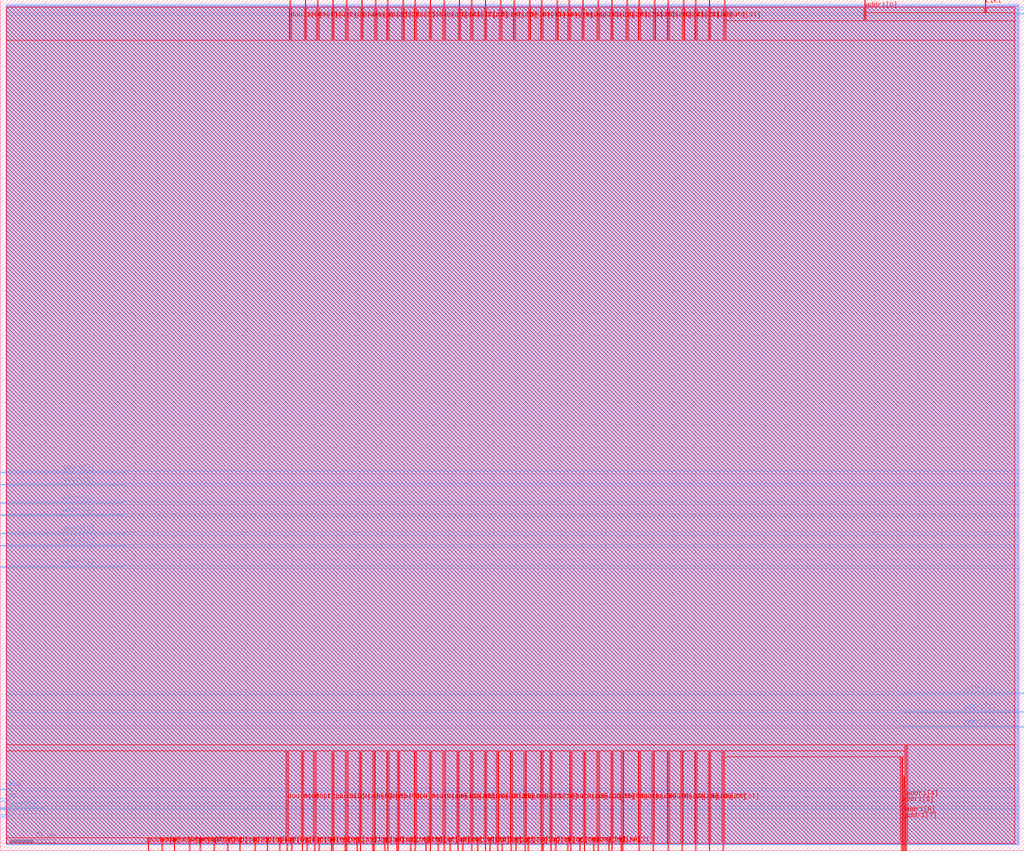
<source format=lef>
VERSION 5.7 ;
  NOWIREEXTENSIONATPIN ON ;
  DIVIDERCHAR "/" ;
  BUSBITCHARS "[]" ;
MACRO sky130_sram_1kbyte_1rw1r_32x256_8
  CLASS BLOCK ;
  FOREIGN sky130_sram_1kbyte_1rw1r_32x256_8 ;
  ORIGIN 0.000 0.000 ;
  SIZE 456.660 BY 379.820 ;
  PIN csb0
    PORT
      LAYER met3 ;
        RECT 0.000 18.360 3.780 18.740 ;
    END
  END csb0
  PIN web0
    PORT
      LAYER met3 ;
        RECT 0.000 27.200 4.460 27.580 ;
    END
  END web0
  PIN clk0
    PORT
      LAYER met3 ;
        RECT 0.000 19.040 18.435 19.420 ;
    END
  END clk0
  PIN din0[0]
    PORT
      LAYER met4 ;
        RECT 95.200 0.000 95.580 5.470 ;
    END
  END din0[0]
  PIN din0[1]
    PORT
      LAYER met4 ;
        RECT 101.320 0.000 101.700 5.470 ;
    END
  END din0[1]
  PIN din0[2]
    PORT
      LAYER met4 ;
        RECT 106.760 0.000 107.140 5.470 ;
    END
  END din0[2]
  PIN din0[3]
    PORT
      LAYER met4 ;
        RECT 113.560 0.000 113.940 5.470 ;
    END
  END din0[3]
  PIN din0[4]
    PORT
      LAYER met4 ;
        RECT 119.000 0.000 119.380 5.470 ;
    END
  END din0[4]
  PIN din0[5]
    PORT
      LAYER met4 ;
        RECT 124.440 0.000 124.820 5.470 ;
    END
  END din0[5]
  PIN din0[6]
    PORT
      LAYER met4 ;
        RECT 129.880 0.000 130.260 5.470 ;
    END
  END din0[6]
  PIN din0[7]
    PORT
      LAYER met4 ;
        RECT 136.680 0.000 137.060 5.470 ;
    END
  END din0[7]
  PIN din0[8]
    PORT
      LAYER met4 ;
        RECT 142.120 0.000 142.500 5.470 ;
    END
  END din0[8]
  PIN din0[9]
    PORT
      LAYER met4 ;
        RECT 147.560 0.000 147.940 5.470 ;
    END
  END din0[9]
  PIN din0[10]
    PORT
      LAYER met4 ;
        RECT 153.680 0.000 154.060 5.470 ;
    END
  END din0[10]
  PIN din0[11]
    PORT
      LAYER met4 ;
        RECT 159.120 0.000 159.500 5.470 ;
    END
  END din0[11]
  PIN din0[12]
    PORT
      LAYER met4 ;
        RECT 165.920 0.000 166.300 5.470 ;
    END
  END din0[12]
  PIN din0[13]
    PORT
      LAYER met4 ;
        RECT 171.360 0.000 171.740 5.470 ;
    END
  END din0[13]
  PIN din0[14]
    PORT
      LAYER met4 ;
        RECT 176.800 0.000 177.180 5.470 ;
    END
  END din0[14]
  PIN din0[15]
    PORT
      LAYER met4 ;
        RECT 182.920 0.000 183.300 5.470 ;
    END
  END din0[15]
  PIN din0[16]
    PORT
      LAYER met4 ;
        RECT 189.720 0.000 190.100 5.470 ;
    END
  END din0[16]
  PIN din0[17]
    PORT
      LAYER met4 ;
        RECT 195.160 0.000 195.540 5.470 ;
    END
  END din0[17]
  PIN din0[18]
    PORT
      LAYER met4 ;
        RECT 200.600 0.000 200.980 5.470 ;
    END
  END din0[18]
  PIN din0[19]
    PORT
      LAYER met4 ;
        RECT 206.040 0.000 206.420 5.470 ;
    END
  END din0[19]
  PIN din0[20]
    PORT
      LAYER met4 ;
        RECT 212.840 0.000 213.220 5.470 ;
    END
  END din0[20]
  PIN din0[21]
    PORT
      LAYER met4 ;
        RECT 218.280 0.000 218.660 5.470 ;
    END
  END din0[21]
  PIN din0[22]
    PORT
      LAYER met4 ;
        RECT 223.720 0.000 224.100 5.470 ;
    END
  END din0[22]
  PIN din0[23]
    PORT
      LAYER met4 ;
        RECT 229.840 0.000 230.220 5.470 ;
    END
  END din0[23]
  PIN din0[24]
    PORT
      LAYER met4 ;
        RECT 235.280 0.000 235.660 5.470 ;
    END
  END din0[24]
  PIN din0[25]
    PORT
      LAYER met4 ;
        RECT 242.080 0.000 242.460 5.470 ;
    END
  END din0[25]
  PIN din0[26]
    PORT
      LAYER met4 ;
        RECT 247.520 0.000 247.900 5.470 ;
    END
  END din0[26]
  PIN din0[27]
    PORT
      LAYER met4 ;
        RECT 252.960 0.000 253.340 5.470 ;
    END
  END din0[27]
  PIN din0[28]
    PORT
      LAYER met4 ;
        RECT 258.400 0.000 258.780 5.470 ;
    END
  END din0[28]
  PIN din0[29]
    PORT
      LAYER met4 ;
        RECT 264.520 0.000 264.900 5.470 ;
    END
  END din0[29]
  PIN din0[30]
    PORT
      LAYER met4 ;
        RECT 271.320 0.000 271.700 5.470 ;
    END
  END din0[30]
  PIN din0[31]
    PORT
      LAYER met4 ;
        RECT 276.760 0.000 277.140 5.470 ;
    END
  END din0[31]
  PIN dout0[0]
    PORT
      LAYER met4 ;
        RECT 127.840 0.000 128.220 44.230 ;
    END
  END dout0[0]
  PIN dout0[1]
    PORT
      LAYER met4 ;
        RECT 134.640 0.000 135.020 44.230 ;
    END
  END dout0[1]
  PIN dout0[2]
    PORT
      LAYER met4 ;
        RECT 140.080 0.000 140.460 44.230 ;
    END
  END dout0[2]
  PIN dout0[3]
    PORT
      LAYER met4 ;
        RECT 148.240 0.000 148.620 44.230 ;
    END
  END dout0[3]
  PIN dout0[4]
    PORT
      LAYER met4 ;
        RECT 154.360 0.000 154.740 44.230 ;
    END
  END dout0[4]
  PIN dout0[5]
    PORT
      LAYER met4 ;
        RECT 160.480 0.000 160.860 44.230 ;
    END
  END dout0[5]
  PIN dout0[6]
    PORT
      LAYER met4 ;
        RECT 166.600 0.000 166.980 44.230 ;
    END
  END dout0[6]
  PIN dout0[7]
    PORT
      LAYER met4 ;
        RECT 172.720 0.000 173.100 44.230 ;
    END
  END dout0[7]
  PIN dout0[8]
    PORT
      LAYER met4 ;
        RECT 177.480 0.000 177.860 44.230 ;
    END
  END dout0[8]
  PIN dout0[9]
    PORT
      LAYER met4 ;
        RECT 184.960 0.000 185.340 44.230 ;
    END
  END dout0[9]
  PIN dout0[10]
    PORT
      LAYER met4 ;
        RECT 191.760 0.000 192.140 44.230 ;
    END
  END dout0[10]
  PIN dout0[11]
    PORT
      LAYER met4 ;
        RECT 197.880 0.000 198.260 44.230 ;
    END
  END dout0[11]
  PIN dout0[12]
    PORT
      LAYER met4 ;
        RECT 204.000 0.000 204.380 44.230 ;
    END
  END dout0[12]
  PIN dout0[13]
    PORT
      LAYER met4 ;
        RECT 210.120 0.000 210.500 44.230 ;
    END
  END dout0[13]
  PIN dout0[14]
    PORT
      LAYER met4 ;
        RECT 216.240 0.000 216.620 44.230 ;
    END
  END dout0[14]
  PIN dout0[15]
    PORT
      LAYER met4 ;
        RECT 221.680 0.000 222.060 44.230 ;
    END
  END dout0[15]
  PIN dout0[16]
    PORT
      LAYER met4 ;
        RECT 227.800 0.000 228.180 44.230 ;
    END
  END dout0[16]
  PIN dout0[17]
    PORT
      LAYER met4 ;
        RECT 233.920 0.000 234.300 44.230 ;
    END
  END dout0[17]
  PIN dout0[18]
    PORT
      LAYER met4 ;
        RECT 241.400 0.000 241.780 44.230 ;
    END
  END dout0[18]
  PIN dout0[19]
    PORT
      LAYER met4 ;
        RECT 245.480 0.000 245.860 44.230 ;
    END
  END dout0[19]
  PIN dout0[20]
    PORT
      LAYER met4 ;
        RECT 254.320 0.000 254.700 44.230 ;
    END
  END dout0[20]
  PIN dout0[21]
    PORT
      LAYER met4 ;
        RECT 260.440 0.000 260.820 44.230 ;
    END
  END dout0[21]
  PIN dout0[22]
    PORT
      LAYER met4 ;
        RECT 266.560 0.000 266.940 44.230 ;
    END
  END dout0[22]
  PIN dout0[23]
    PORT
      LAYER met4 ;
        RECT 272.680 0.000 273.060 44.230 ;
    END
  END dout0[23]
  PIN dout0[24]
    PORT
      LAYER met4 ;
        RECT 277.440 0.000 277.820 44.230 ;
    END
  END dout0[24]
  PIN dout0[25]
    PORT
      LAYER met4 ;
        RECT 284.920 0.000 285.300 44.230 ;
    END
  END dout0[25]
  PIN dout0[26]
    PORT
      LAYER met4 ;
        RECT 291.040 0.000 291.420 44.230 ;
    END
  END dout0[26]
  PIN dout0[27]
    PORT
      LAYER met4 ;
        RECT 297.840 0.000 298.220 44.230 ;
    END
  END dout0[27]
  PIN dout0[28]
    PORT
      LAYER met4 ;
        RECT 303.960 0.000 304.340 44.230 ;
    END
  END dout0[28]
  PIN dout0[29]
    PORT
      LAYER met4 ;
        RECT 310.080 0.000 310.460 44.230 ;
    END
  END dout0[29]
  PIN dout0[30]
    PORT
      LAYER met4 ;
        RECT 316.200 0.000 316.580 44.230 ;
    END
  END dout0[30]
  PIN dout0[31]
    PORT
      LAYER met4 ;
        RECT 322.320 0.000 322.700 44.230 ;
    END
  END dout0[31]
  PIN addr0[0]
    PORT
      LAYER met4 ;
        RECT 65.960 0.000 66.340 5.470 ;
    END
  END addr0[0]
  PIN addr0[1]
    PORT
      LAYER met3 ;
        RECT 0.000 126.480 54.740 126.860 ;
    END
  END addr0[1]
  PIN addr0[2]
    PORT
      LAYER met3 ;
        RECT 0.000 136.000 55.460 136.380 ;
    END
  END addr0[2]
  PIN addr0[3]
    PORT
      LAYER met3 ;
        RECT 0.000 141.440 55.460 141.820 ;
    END
  END addr0[3]
  PIN addr0[4]
    PORT
      LAYER met3 ;
        RECT 0.000 149.600 54.740 149.980 ;
    END
  END addr0[4]
  PIN addr0[5]
    PORT
      LAYER met3 ;
        RECT 0.000 155.040 54.740 155.420 ;
    END
  END addr0[5]
  PIN addr0[6]
    PORT
      LAYER met3 ;
        RECT 0.000 163.200 55.460 163.580 ;
    END
  END addr0[6]
  PIN addr0[7]
    PORT
      LAYER met3 ;
        RECT 0.000 168.640 55.460 169.020 ;
    END
  END addr0[7]
  PIN wmask0[0]
    PORT
      LAYER met4 ;
        RECT 72.080 0.000 72.460 5.470 ;
    END
  END wmask0[0]
  PIN wmask0[1]
    PORT
      LAYER met4 ;
        RECT 77.520 0.000 77.900 5.470 ;
    END
  END wmask0[1]
  PIN wmask0[2]
    PORT
      LAYER met4 ;
        RECT 84.320 0.000 84.700 5.470 ;
    END
  END wmask0[2]
  PIN wmask0[3]
    PORT
      LAYER met4 ;
        RECT 89.080 0.000 89.460 5.470 ;
    END
  END wmask0[3]
  PIN csb1
    PORT
      LAYER met3 ;
        RECT 452.880 373.320 456.660 373.700 ;
    END
  END csb1
  PIN clk1
    PORT
      LAYER met4 ;
        RECT 439.280 374.350 439.660 379.820 ;
    END
  END clk1
  PIN dout1[0]
    PORT
      LAYER met4 ;
        RECT 129.200 362.110 129.580 379.820 ;
    END
  END dout1[0]
  PIN dout1[1]
    PORT
      LAYER met4 ;
        RECT 136.000 362.110 136.380 379.820 ;
    END
  END dout1[1]
  PIN dout1[2]
    PORT
      LAYER met4 ;
        RECT 141.440 362.110 141.820 379.820 ;
    END
  END dout1[2]
  PIN dout1[3]
    PORT
      LAYER met4 ;
        RECT 148.240 362.110 148.620 379.820 ;
    END
  END dout1[3]
  PIN dout1[4]
    PORT
      LAYER met4 ;
        RECT 154.360 362.110 154.740 379.820 ;
    END
  END dout1[4]
  PIN dout1[5]
    PORT
      LAYER met4 ;
        RECT 161.160 362.110 161.540 379.820 ;
    END
  END dout1[5]
  PIN dout1[6]
    PORT
      LAYER met4 ;
        RECT 167.280 362.110 167.660 379.820 ;
    END
  END dout1[6]
  PIN dout1[7]
    PORT
      LAYER met4 ;
        RECT 172.720 362.110 173.100 379.820 ;
    END
  END dout1[7]
  PIN dout1[8]
    PORT
      LAYER met4 ;
        RECT 179.520 362.110 179.900 379.820 ;
    END
  END dout1[8]
  PIN dout1[9]
    PORT
      LAYER met4 ;
        RECT 184.960 362.110 185.340 379.820 ;
    END
  END dout1[9]
  PIN dout1[10]
    PORT
      LAYER met4 ;
        RECT 191.760 362.110 192.140 379.820 ;
    END
  END dout1[10]
  PIN dout1[11]
    PORT
      LAYER met4 ;
        RECT 197.880 362.110 198.260 379.820 ;
    END
  END dout1[11]
  PIN dout1[12]
    PORT
      LAYER met4 ;
        RECT 204.680 362.110 205.060 379.820 ;
    END
  END dout1[12]
  PIN dout1[13]
    PORT
      LAYER met4 ;
        RECT 210.120 362.110 210.500 379.820 ;
    END
  END dout1[13]
  PIN dout1[14]
    PORT
      LAYER met4 ;
        RECT 216.240 362.110 216.620 379.820 ;
    END
  END dout1[14]
  PIN dout1[15]
    PORT
      LAYER met4 ;
        RECT 223.040 362.110 223.420 379.820 ;
    END
  END dout1[15]
  PIN dout1[16]
    PORT
      LAYER met4 ;
        RECT 229.160 362.110 229.540 379.820 ;
    END
  END dout1[16]
  PIN dout1[17]
    PORT
      LAYER met4 ;
        RECT 235.960 362.110 236.340 379.820 ;
    END
  END dout1[17]
  PIN dout1[18]
    PORT
      LAYER met4 ;
        RECT 241.400 362.110 241.780 379.820 ;
    END
  END dout1[18]
  PIN dout1[19]
    PORT
      LAYER met4 ;
        RECT 248.200 362.110 248.580 379.820 ;
    END
  END dout1[19]
  PIN dout1[20]
    PORT
      LAYER met4 ;
        RECT 253.640 362.110 254.020 379.820 ;
    END
  END dout1[20]
  PIN dout1[21]
    PORT
      LAYER met4 ;
        RECT 259.760 362.110 260.140 379.820 ;
    END
  END dout1[21]
  PIN dout1[22]
    PORT
      LAYER met4 ;
        RECT 266.560 362.110 266.940 379.820 ;
    END
  END dout1[22]
  PIN dout1[23]
    PORT
      LAYER met4 ;
        RECT 272.680 362.110 273.060 379.820 ;
    END
  END dout1[23]
  PIN dout1[24]
    PORT
      LAYER met4 ;
        RECT 279.480 362.110 279.860 379.820 ;
    END
  END dout1[24]
  PIN dout1[25]
    PORT
      LAYER met4 ;
        RECT 284.920 362.110 285.300 379.820 ;
    END
  END dout1[25]
  PIN dout1[26]
    PORT
      LAYER met4 ;
        RECT 291.720 362.110 292.100 379.820 ;
    END
  END dout1[26]
  PIN dout1[27]
    PORT
      LAYER met4 ;
        RECT 297.840 362.110 298.220 379.820 ;
    END
  END dout1[27]
  PIN dout1[28]
    PORT
      LAYER met4 ;
        RECT 304.640 362.110 305.020 379.820 ;
    END
  END dout1[28]
  PIN dout1[29]
    PORT
      LAYER met4 ;
        RECT 310.080 362.110 310.460 379.820 ;
    END
  END dout1[29]
  PIN dout1[30]
    PORT
      LAYER met4 ;
        RECT 316.200 362.110 316.580 379.820 ;
    END
  END dout1[30]
  PIN dout1[31]
    PORT
      LAYER met4 ;
        RECT 323.000 362.110 323.380 379.820 ;
    END
  END dout1[31]
  PIN addr1[0]
    PORT
      LAYER met4 ;
        RECT 385.560 370.950 385.940 379.820 ;
    END
  END addr1[0]
  PIN addr1[1]
    PORT
      LAYER met3 ;
        RECT 403.330 70.040 456.660 70.420 ;
    END
  END addr1[1]
  PIN addr1[2]
    PORT
      LAYER met3 ;
        RECT 402.560 61.880 456.660 62.260 ;
    END
  END addr1[2]
  PIN addr1[3]
    PORT
      LAYER met3 ;
        RECT 402.560 55.080 456.660 55.460 ;
    END
  END addr1[3]
  PIN addr1[4]
    PORT
      LAYER met4 ;
        RECT 403.920 0.000 404.300 46.950 ;
    END
  END addr1[4]
  PIN addr1[5]
    PORT
      LAYER met4 ;
        RECT 401.880 0.000 402.260 41.510 ;
    END
  END addr1[5]
  PIN addr1[6]
    PORT
      LAYER met4 ;
        RECT 402.560 0.000 402.940 32.670 ;
    END
  END addr1[6]
  PIN addr1[7]
    PORT
      LAYER met4 ;
        RECT 403.240 0.000 403.620 27.230 ;
    END
  END addr1[7]
  PIN vdd
    PORT
      LAYER met3 ;
        RECT 0.000 21.760 3.780 23.500 ;
    END
  END vdd
  PIN gnd
    PORT
      LAYER met3 ;
        RECT 0.000 14.960 3.780 16.020 ;
    END
  END gnd
  OBS
      LAYER li1 ;
        RECT 2.985 2.935 454.125 377.045 ;
      LAYER met1 ;
        RECT 2.910 2.970 454.200 377.010 ;
      LAYER met2 ;
        RECT 2.930 2.915 454.180 377.065 ;
      LAYER met3 ;
        RECT 2.720 374.100 454.620 377.780 ;
        RECT 2.720 372.920 452.480 374.100 ;
        RECT 2.720 169.420 454.620 372.920 ;
        RECT 55.860 168.240 454.620 169.420 ;
        RECT 2.720 163.980 454.620 168.240 ;
        RECT 55.860 162.800 454.620 163.980 ;
        RECT 2.720 155.820 454.620 162.800 ;
        RECT 55.140 154.640 454.620 155.820 ;
        RECT 2.720 150.380 454.620 154.640 ;
        RECT 55.140 149.200 454.620 150.380 ;
        RECT 2.720 142.220 454.620 149.200 ;
        RECT 55.860 141.040 454.620 142.220 ;
        RECT 2.720 136.780 454.620 141.040 ;
        RECT 55.860 135.600 454.620 136.780 ;
        RECT 2.720 127.260 454.620 135.600 ;
        RECT 55.140 126.080 454.620 127.260 ;
        RECT 2.720 70.820 454.620 126.080 ;
        RECT 2.720 69.640 402.930 70.820 ;
        RECT 2.720 62.660 454.620 69.640 ;
        RECT 2.720 61.480 402.160 62.660 ;
        RECT 2.720 55.860 454.620 61.480 ;
        RECT 2.720 54.680 402.160 55.860 ;
        RECT 2.720 27.980 454.620 54.680 ;
        RECT 4.860 26.800 454.620 27.980 ;
        RECT 2.720 23.900 454.620 26.800 ;
        RECT 4.180 21.360 454.620 23.900 ;
        RECT 2.720 19.820 454.620 21.360 ;
        RECT 18.835 18.640 454.620 19.820 ;
        RECT 4.180 17.960 454.620 18.640 ;
        RECT 2.720 16.420 454.620 17.960 ;
        RECT 4.180 14.560 454.620 16.420 ;
        RECT 2.720 2.720 454.620 14.560 ;
      LAYER met4 ;
        RECT 2.720 361.710 128.800 376.420 ;
        RECT 129.980 361.710 135.600 376.420 ;
        RECT 136.780 361.710 141.040 376.420 ;
        RECT 142.220 361.710 147.840 376.420 ;
        RECT 149.020 361.710 153.960 376.420 ;
        RECT 155.140 361.710 160.760 376.420 ;
        RECT 161.940 361.710 166.880 376.420 ;
        RECT 168.060 361.710 172.320 376.420 ;
        RECT 173.500 361.710 179.120 376.420 ;
        RECT 180.300 361.710 184.560 376.420 ;
        RECT 185.740 361.710 191.360 376.420 ;
        RECT 192.540 361.710 197.480 376.420 ;
        RECT 198.660 361.710 204.280 376.420 ;
        RECT 205.460 361.710 209.720 376.420 ;
        RECT 210.900 361.710 215.840 376.420 ;
        RECT 217.020 361.710 222.640 376.420 ;
        RECT 223.820 361.710 228.760 376.420 ;
        RECT 229.940 361.710 235.560 376.420 ;
        RECT 236.740 361.710 241.000 376.420 ;
        RECT 242.180 361.710 247.800 376.420 ;
        RECT 248.980 361.710 253.240 376.420 ;
        RECT 254.420 361.710 259.360 376.420 ;
        RECT 260.540 361.710 266.160 376.420 ;
        RECT 267.340 361.710 272.280 376.420 ;
        RECT 273.460 361.710 279.080 376.420 ;
        RECT 280.260 361.710 284.520 376.420 ;
        RECT 285.700 361.710 291.320 376.420 ;
        RECT 292.500 361.710 297.440 376.420 ;
        RECT 298.620 361.710 304.240 376.420 ;
        RECT 305.420 361.710 309.680 376.420 ;
        RECT 310.860 361.710 315.800 376.420 ;
        RECT 316.980 361.710 322.600 376.420 ;
        RECT 323.780 370.550 385.160 376.420 ;
        RECT 386.340 373.950 438.880 376.420 ;
        RECT 440.060 373.950 452.580 376.420 ;
        RECT 386.340 370.550 452.580 373.950 ;
        RECT 323.780 361.710 452.580 370.550 ;
        RECT 2.720 47.350 452.580 361.710 ;
        RECT 2.720 44.630 403.520 47.350 ;
        RECT 2.720 5.870 127.440 44.630 ;
        RECT 2.720 3.400 65.560 5.870 ;
        RECT 66.740 3.400 71.680 5.870 ;
        RECT 72.860 3.400 77.120 5.870 ;
        RECT 78.300 3.400 83.920 5.870 ;
        RECT 85.100 3.400 88.680 5.870 ;
        RECT 89.860 3.400 94.800 5.870 ;
        RECT 95.980 3.400 100.920 5.870 ;
        RECT 102.100 3.400 106.360 5.870 ;
        RECT 107.540 3.400 113.160 5.870 ;
        RECT 114.340 3.400 118.600 5.870 ;
        RECT 119.780 3.400 124.040 5.870 ;
        RECT 125.220 3.400 127.440 5.870 ;
        RECT 128.620 5.870 134.240 44.630 ;
        RECT 128.620 3.400 129.480 5.870 ;
        RECT 130.660 3.400 134.240 5.870 ;
        RECT 135.420 5.870 139.680 44.630 ;
        RECT 135.420 3.400 136.280 5.870 ;
        RECT 137.460 3.400 139.680 5.870 ;
        RECT 140.860 5.870 147.840 44.630 ;
        RECT 149.020 5.870 153.960 44.630 ;
        RECT 155.140 5.870 160.080 44.630 ;
        RECT 140.860 3.400 141.720 5.870 ;
        RECT 142.900 3.400 147.160 5.870 ;
        RECT 149.020 3.400 153.280 5.870 ;
        RECT 155.140 3.400 158.720 5.870 ;
        RECT 159.900 3.400 160.080 5.870 ;
        RECT 161.260 5.870 166.200 44.630 ;
        RECT 167.380 5.870 172.320 44.630 ;
        RECT 161.260 3.400 165.520 5.870 ;
        RECT 167.380 3.400 170.960 5.870 ;
        RECT 172.140 3.400 172.320 5.870 ;
        RECT 173.500 5.870 177.080 44.630 ;
        RECT 178.260 5.870 184.560 44.630 ;
        RECT 173.500 3.400 176.400 5.870 ;
        RECT 178.260 3.400 182.520 5.870 ;
        RECT 183.700 3.400 184.560 5.870 ;
        RECT 185.740 5.870 191.360 44.630 ;
        RECT 185.740 3.400 189.320 5.870 ;
        RECT 190.500 3.400 191.360 5.870 ;
        RECT 192.540 5.870 197.480 44.630 ;
        RECT 192.540 3.400 194.760 5.870 ;
        RECT 195.940 3.400 197.480 5.870 ;
        RECT 198.660 5.870 203.600 44.630 ;
        RECT 198.660 3.400 200.200 5.870 ;
        RECT 201.380 3.400 203.600 5.870 ;
        RECT 204.780 5.870 209.720 44.630 ;
        RECT 204.780 3.400 205.640 5.870 ;
        RECT 206.820 3.400 209.720 5.870 ;
        RECT 210.900 5.870 215.840 44.630 ;
        RECT 210.900 3.400 212.440 5.870 ;
        RECT 213.620 3.400 215.840 5.870 ;
        RECT 217.020 5.870 221.280 44.630 ;
        RECT 217.020 3.400 217.880 5.870 ;
        RECT 219.060 3.400 221.280 5.870 ;
        RECT 222.460 5.870 227.400 44.630 ;
        RECT 222.460 3.400 223.320 5.870 ;
        RECT 224.500 3.400 227.400 5.870 ;
        RECT 228.580 5.870 233.520 44.630 ;
        RECT 228.580 3.400 229.440 5.870 ;
        RECT 230.620 3.400 233.520 5.870 ;
        RECT 234.700 5.870 241.000 44.630 ;
        RECT 242.180 5.870 245.080 44.630 ;
        RECT 234.700 3.400 234.880 5.870 ;
        RECT 236.060 3.400 241.000 5.870 ;
        RECT 242.860 3.400 245.080 5.870 ;
        RECT 246.260 5.870 253.920 44.630 ;
        RECT 246.260 3.400 247.120 5.870 ;
        RECT 248.300 3.400 252.560 5.870 ;
        RECT 253.740 3.400 253.920 5.870 ;
        RECT 255.100 5.870 260.040 44.630 ;
        RECT 255.100 3.400 258.000 5.870 ;
        RECT 259.180 3.400 260.040 5.870 ;
        RECT 261.220 5.870 266.160 44.630 ;
        RECT 261.220 3.400 264.120 5.870 ;
        RECT 265.300 3.400 266.160 5.870 ;
        RECT 267.340 5.870 272.280 44.630 ;
        RECT 267.340 3.400 270.920 5.870 ;
        RECT 272.100 3.400 272.280 5.870 ;
        RECT 273.460 5.870 277.040 44.630 ;
        RECT 273.460 3.400 276.360 5.870 ;
        RECT 278.220 3.400 284.520 44.630 ;
        RECT 285.700 3.400 290.640 44.630 ;
        RECT 291.820 3.400 297.440 44.630 ;
        RECT 298.620 3.400 303.560 44.630 ;
        RECT 304.740 3.400 309.680 44.630 ;
        RECT 310.860 3.400 315.800 44.630 ;
        RECT 316.980 3.400 321.920 44.630 ;
        RECT 323.100 41.910 403.520 44.630 ;
        RECT 323.100 3.400 401.480 41.910 ;
        RECT 402.660 33.070 403.520 41.910 ;
        RECT 403.340 27.630 403.520 33.070 ;
        RECT 404.700 3.400 452.580 47.350 ;
  END
END sky130_sram_1kbyte_1rw1r_32x256_8
END LIBRARY


</source>
